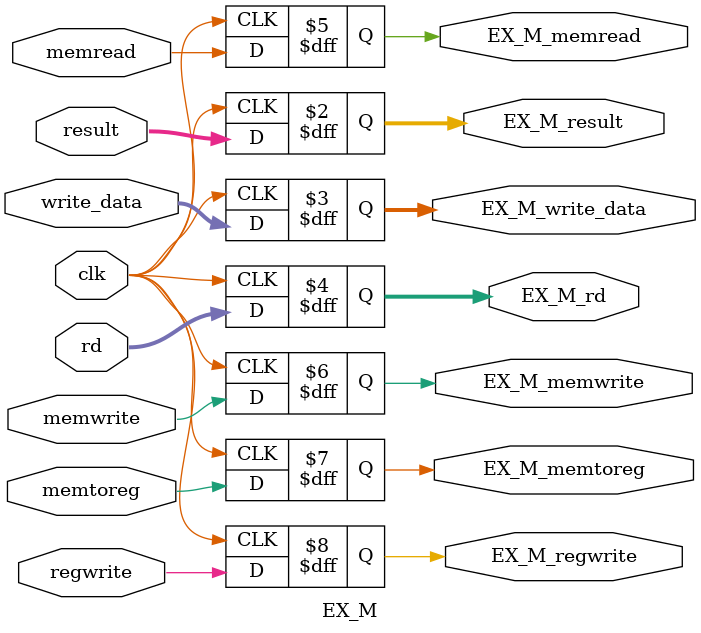
<source format=v>
`timescale 1ns/1ns
module EX_M (EX_M_result, EX_M_write_data, EX_M_rd, EX_M_memread, EX_M_memwrite, EX_M_memtoreg, EX_M_regwrite, result, write_data, rd, memread, memwrite, memtoreg, regwrite, clk);
  
  output reg [31:0] EX_M_result, EX_M_write_data;
  output reg [4:0] EX_M_rd;
  output reg EX_M_memread, EX_M_memwrite, EX_M_memtoreg, EX_M_regwrite;
  input [31:0] result, write_data;
  input [4:0] rd;
  input memread, memwrite, memtoreg, regwrite, clk;
  
  always@(posedge clk)begin
    EX_M_result <= result;
    EX_M_write_data <= write_data;
    EX_M_rd <= rd; 
    EX_M_memread <= memread;
    EX_M_memwrite <= memwrite;
    EX_M_memtoreg <= memtoreg;
    EX_M_regwrite <= regwrite;
  end
endmodule
</source>
